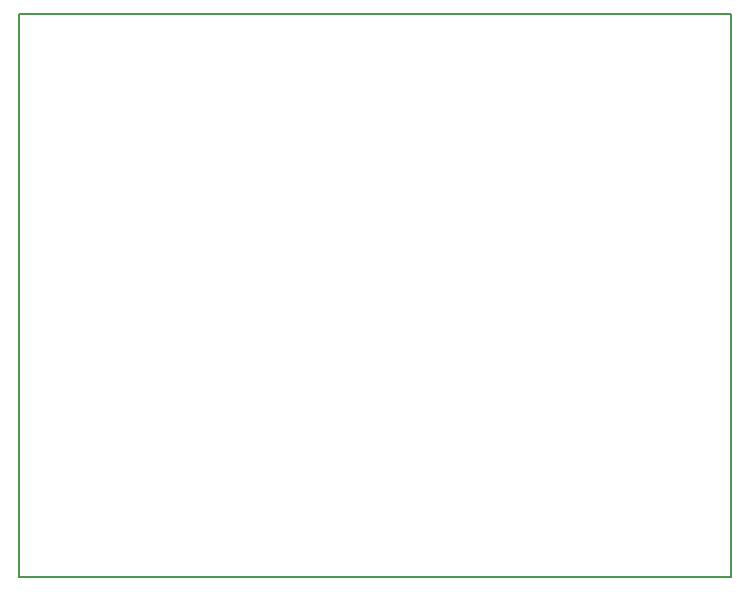
<source format=gbr>
%TF.GenerationSoftware,KiCad,Pcbnew,(5.1.6)-1*%
%TF.CreationDate,2020-09-07T11:58:55+05:30*%
%TF.ProjectId,using lm358,7573696e-6720-46c6-9d33-35382e6b6963,rev?*%
%TF.SameCoordinates,Original*%
%TF.FileFunction,Profile,NP*%
%FSLAX46Y46*%
G04 Gerber Fmt 4.6, Leading zero omitted, Abs format (unit mm)*
G04 Created by KiCad (PCBNEW (5.1.6)-1) date 2020-09-07 11:58:55*
%MOMM*%
%LPD*%
G01*
G04 APERTURE LIST*
%TA.AperFunction,Profile*%
%ADD10C,0.150000*%
%TD*%
G04 APERTURE END LIST*
D10*
X200660000Y-86995000D02*
X140335000Y-86995000D01*
X200660000Y-134620000D02*
X200660000Y-86995000D01*
X140335000Y-134620000D02*
X200660000Y-134620000D01*
X140335000Y-86995000D02*
X140335000Y-134620000D01*
M02*

</source>
